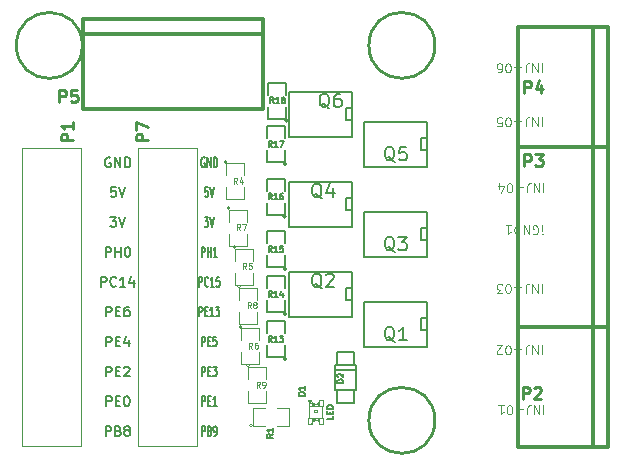
<source format=gto>
G04 (created by PCBNEW (2013-07-07 BZR 4022)-stable) date 02/12/2013 08:18:55*
%MOIN*%
G04 Gerber Fmt 3.4, Leading zero omitted, Abs format*
%FSLAX34Y34*%
G01*
G70*
G90*
G04 APERTURE LIST*
%ADD10C,0.00590551*%
%ADD11C,0.005*%
%ADD12C,0.01*%
%ADD13C,0.0045*%
%ADD14C,0.0039*%
%ADD15C,0.012*%
%ADD16C,0.0026*%
%ADD17C,0.004*%
%ADD18C,0.002*%
%ADD19C,0.006*%
%ADD20C,0.0043*%
G04 APERTURE END LIST*
G54D10*
G54D11*
X37047Y-51874D02*
X37028Y-51859D01*
X37000Y-51859D01*
X36971Y-51874D01*
X36952Y-51905D01*
X36942Y-51935D01*
X36933Y-51996D01*
X36933Y-52042D01*
X36942Y-52103D01*
X36952Y-52133D01*
X36971Y-52164D01*
X37000Y-52179D01*
X37019Y-52179D01*
X37047Y-52164D01*
X37057Y-52149D01*
X37057Y-52042D01*
X37019Y-52042D01*
X37142Y-52179D02*
X37142Y-51859D01*
X37257Y-52179D01*
X37257Y-51859D01*
X37352Y-52179D02*
X37352Y-51859D01*
X37400Y-51859D01*
X37428Y-51874D01*
X37447Y-51905D01*
X37457Y-51935D01*
X37466Y-51996D01*
X37466Y-52042D01*
X37457Y-52103D01*
X37447Y-52133D01*
X37428Y-52164D01*
X37400Y-52179D01*
X37352Y-52179D01*
X37161Y-52855D02*
X37066Y-52855D01*
X37057Y-53007D01*
X37066Y-52992D01*
X37085Y-52977D01*
X37133Y-52977D01*
X37152Y-52992D01*
X37161Y-53007D01*
X37171Y-53038D01*
X37171Y-53114D01*
X37161Y-53145D01*
X37152Y-53160D01*
X37133Y-53175D01*
X37085Y-53175D01*
X37066Y-53160D01*
X37057Y-53145D01*
X37228Y-52855D02*
X37295Y-53175D01*
X37361Y-52855D01*
X37047Y-53851D02*
X37171Y-53851D01*
X37104Y-53973D01*
X37133Y-53973D01*
X37152Y-53988D01*
X37161Y-54003D01*
X37171Y-54034D01*
X37171Y-54110D01*
X37161Y-54141D01*
X37152Y-54156D01*
X37133Y-54171D01*
X37076Y-54171D01*
X37057Y-54156D01*
X37047Y-54141D01*
X37228Y-53851D02*
X37295Y-54171D01*
X37361Y-53851D01*
X36947Y-55167D02*
X36947Y-54847D01*
X37023Y-54847D01*
X37042Y-54862D01*
X37052Y-54878D01*
X37061Y-54908D01*
X37061Y-54954D01*
X37052Y-54984D01*
X37042Y-54999D01*
X37023Y-55015D01*
X36947Y-55015D01*
X37147Y-55167D02*
X37147Y-54847D01*
X37147Y-54999D02*
X37261Y-54999D01*
X37261Y-55167D02*
X37261Y-54847D01*
X37461Y-55167D02*
X37347Y-55167D01*
X37404Y-55167D02*
X37404Y-54847D01*
X37385Y-54893D01*
X37366Y-54923D01*
X37347Y-54938D01*
X36857Y-56163D02*
X36857Y-55843D01*
X36933Y-55843D01*
X36952Y-55858D01*
X36961Y-55874D01*
X36971Y-55904D01*
X36971Y-55950D01*
X36961Y-55980D01*
X36952Y-55995D01*
X36933Y-56011D01*
X36857Y-56011D01*
X37171Y-56133D02*
X37161Y-56148D01*
X37133Y-56163D01*
X37114Y-56163D01*
X37085Y-56148D01*
X37066Y-56117D01*
X37057Y-56087D01*
X37047Y-56026D01*
X37047Y-55980D01*
X37057Y-55919D01*
X37066Y-55889D01*
X37085Y-55858D01*
X37114Y-55843D01*
X37133Y-55843D01*
X37161Y-55858D01*
X37171Y-55874D01*
X37361Y-56163D02*
X37247Y-56163D01*
X37304Y-56163D02*
X37304Y-55843D01*
X37285Y-55889D01*
X37266Y-55919D01*
X37247Y-55934D01*
X37542Y-55843D02*
X37447Y-55843D01*
X37438Y-55995D01*
X37447Y-55980D01*
X37466Y-55965D01*
X37514Y-55965D01*
X37533Y-55980D01*
X37542Y-55995D01*
X37552Y-56026D01*
X37552Y-56102D01*
X37542Y-56133D01*
X37533Y-56148D01*
X37514Y-56163D01*
X37466Y-56163D01*
X37447Y-56148D01*
X37438Y-56133D01*
X36866Y-57159D02*
X36866Y-56839D01*
X36942Y-56839D01*
X36961Y-56854D01*
X36971Y-56870D01*
X36980Y-56900D01*
X36980Y-56946D01*
X36971Y-56976D01*
X36961Y-56991D01*
X36942Y-57007D01*
X36866Y-57007D01*
X37066Y-56991D02*
X37133Y-56991D01*
X37161Y-57159D02*
X37066Y-57159D01*
X37066Y-56839D01*
X37161Y-56839D01*
X37352Y-57159D02*
X37238Y-57159D01*
X37295Y-57159D02*
X37295Y-56839D01*
X37276Y-56885D01*
X37257Y-56915D01*
X37238Y-56930D01*
X37419Y-56839D02*
X37542Y-56839D01*
X37476Y-56961D01*
X37504Y-56961D01*
X37523Y-56976D01*
X37533Y-56991D01*
X37542Y-57022D01*
X37542Y-57098D01*
X37533Y-57129D01*
X37523Y-57144D01*
X37504Y-57159D01*
X37447Y-57159D01*
X37428Y-57144D01*
X37419Y-57129D01*
X36961Y-58155D02*
X36961Y-57835D01*
X37038Y-57835D01*
X37057Y-57850D01*
X37066Y-57866D01*
X37076Y-57896D01*
X37076Y-57942D01*
X37066Y-57972D01*
X37057Y-57987D01*
X37038Y-58003D01*
X36961Y-58003D01*
X37161Y-57987D02*
X37228Y-57987D01*
X37257Y-58155D02*
X37161Y-58155D01*
X37161Y-57835D01*
X37257Y-57835D01*
X37438Y-57835D02*
X37342Y-57835D01*
X37333Y-57987D01*
X37342Y-57972D01*
X37361Y-57957D01*
X37409Y-57957D01*
X37428Y-57972D01*
X37438Y-57987D01*
X37447Y-58018D01*
X37447Y-58094D01*
X37438Y-58125D01*
X37428Y-58140D01*
X37409Y-58155D01*
X37361Y-58155D01*
X37342Y-58140D01*
X37333Y-58125D01*
X36961Y-59151D02*
X36961Y-58831D01*
X37038Y-58831D01*
X37057Y-58846D01*
X37066Y-58862D01*
X37076Y-58892D01*
X37076Y-58938D01*
X37066Y-58968D01*
X37057Y-58983D01*
X37038Y-58999D01*
X36961Y-58999D01*
X37161Y-58983D02*
X37228Y-58983D01*
X37257Y-59151D02*
X37161Y-59151D01*
X37161Y-58831D01*
X37257Y-58831D01*
X37323Y-58831D02*
X37447Y-58831D01*
X37380Y-58953D01*
X37409Y-58953D01*
X37428Y-58968D01*
X37438Y-58983D01*
X37447Y-59014D01*
X37447Y-59090D01*
X37438Y-59121D01*
X37428Y-59136D01*
X37409Y-59151D01*
X37352Y-59151D01*
X37333Y-59136D01*
X37323Y-59121D01*
X36961Y-60147D02*
X36961Y-59827D01*
X37038Y-59827D01*
X37057Y-59842D01*
X37066Y-59858D01*
X37076Y-59888D01*
X37076Y-59934D01*
X37066Y-59964D01*
X37057Y-59979D01*
X37038Y-59995D01*
X36961Y-59995D01*
X37161Y-59979D02*
X37228Y-59979D01*
X37257Y-60147D02*
X37161Y-60147D01*
X37161Y-59827D01*
X37257Y-59827D01*
X37447Y-60147D02*
X37333Y-60147D01*
X37390Y-60147D02*
X37390Y-59827D01*
X37371Y-59873D01*
X37352Y-59903D01*
X37333Y-59918D01*
X36952Y-61143D02*
X36952Y-60823D01*
X37028Y-60823D01*
X37047Y-60838D01*
X37057Y-60854D01*
X37066Y-60884D01*
X37066Y-60930D01*
X37057Y-60960D01*
X37047Y-60975D01*
X37028Y-60991D01*
X36952Y-60991D01*
X37219Y-60975D02*
X37247Y-60991D01*
X37257Y-61006D01*
X37266Y-61036D01*
X37266Y-61082D01*
X37257Y-61113D01*
X37247Y-61128D01*
X37228Y-61143D01*
X37152Y-61143D01*
X37152Y-60823D01*
X37219Y-60823D01*
X37238Y-60838D01*
X37247Y-60854D01*
X37257Y-60884D01*
X37257Y-60914D01*
X37247Y-60945D01*
X37238Y-60960D01*
X37219Y-60975D01*
X37152Y-60975D01*
X37361Y-61143D02*
X37400Y-61143D01*
X37419Y-61128D01*
X37428Y-61113D01*
X37447Y-61067D01*
X37457Y-61006D01*
X37457Y-60884D01*
X37447Y-60854D01*
X37438Y-60838D01*
X37419Y-60823D01*
X37380Y-60823D01*
X37361Y-60838D01*
X37352Y-60854D01*
X37342Y-60884D01*
X37342Y-60960D01*
X37352Y-60991D01*
X37361Y-61006D01*
X37380Y-61021D01*
X37419Y-61021D01*
X37438Y-61006D01*
X37447Y-60991D01*
X37457Y-60960D01*
X33906Y-51874D02*
X33875Y-51859D01*
X33830Y-51859D01*
X33784Y-51874D01*
X33753Y-51905D01*
X33738Y-51935D01*
X33723Y-51996D01*
X33723Y-52042D01*
X33738Y-52103D01*
X33753Y-52133D01*
X33784Y-52164D01*
X33830Y-52179D01*
X33860Y-52179D01*
X33906Y-52164D01*
X33921Y-52149D01*
X33921Y-52042D01*
X33860Y-52042D01*
X34058Y-52179D02*
X34058Y-51859D01*
X34241Y-52179D01*
X34241Y-51859D01*
X34393Y-52179D02*
X34393Y-51859D01*
X34470Y-51859D01*
X34515Y-51874D01*
X34546Y-51905D01*
X34561Y-51935D01*
X34576Y-51996D01*
X34576Y-52042D01*
X34561Y-52103D01*
X34546Y-52133D01*
X34515Y-52164D01*
X34470Y-52179D01*
X34393Y-52179D01*
X34089Y-52855D02*
X33936Y-52855D01*
X33921Y-53007D01*
X33936Y-52992D01*
X33967Y-52977D01*
X34043Y-52977D01*
X34073Y-52992D01*
X34089Y-53007D01*
X34104Y-53038D01*
X34104Y-53114D01*
X34089Y-53145D01*
X34073Y-53160D01*
X34043Y-53175D01*
X33967Y-53175D01*
X33936Y-53160D01*
X33921Y-53145D01*
X34195Y-52855D02*
X34302Y-53175D01*
X34409Y-52855D01*
X33906Y-53851D02*
X34104Y-53851D01*
X33997Y-53973D01*
X34043Y-53973D01*
X34073Y-53988D01*
X34089Y-54003D01*
X34104Y-54034D01*
X34104Y-54110D01*
X34089Y-54141D01*
X34073Y-54156D01*
X34043Y-54171D01*
X33951Y-54171D01*
X33921Y-54156D01*
X33906Y-54141D01*
X34195Y-53851D02*
X34302Y-54171D01*
X34409Y-53851D01*
X33746Y-55167D02*
X33746Y-54847D01*
X33868Y-54847D01*
X33898Y-54862D01*
X33913Y-54878D01*
X33929Y-54908D01*
X33929Y-54954D01*
X33913Y-54984D01*
X33898Y-54999D01*
X33868Y-55015D01*
X33746Y-55015D01*
X34066Y-55167D02*
X34066Y-54847D01*
X34066Y-54999D02*
X34249Y-54999D01*
X34249Y-55167D02*
X34249Y-54847D01*
X34462Y-54847D02*
X34492Y-54847D01*
X34523Y-54862D01*
X34538Y-54878D01*
X34553Y-54908D01*
X34569Y-54969D01*
X34569Y-55045D01*
X34553Y-55106D01*
X34538Y-55137D01*
X34523Y-55152D01*
X34492Y-55167D01*
X34462Y-55167D01*
X34431Y-55152D01*
X34416Y-55137D01*
X34401Y-55106D01*
X34386Y-55045D01*
X34386Y-54969D01*
X34401Y-54908D01*
X34416Y-54878D01*
X34431Y-54862D01*
X34462Y-54847D01*
X33601Y-56163D02*
X33601Y-55843D01*
X33723Y-55843D01*
X33753Y-55858D01*
X33769Y-55874D01*
X33784Y-55904D01*
X33784Y-55950D01*
X33769Y-55980D01*
X33753Y-55995D01*
X33723Y-56011D01*
X33601Y-56011D01*
X34104Y-56133D02*
X34089Y-56148D01*
X34043Y-56163D01*
X34012Y-56163D01*
X33967Y-56148D01*
X33936Y-56117D01*
X33921Y-56087D01*
X33906Y-56026D01*
X33906Y-55980D01*
X33921Y-55919D01*
X33936Y-55889D01*
X33967Y-55858D01*
X34012Y-55843D01*
X34043Y-55843D01*
X34089Y-55858D01*
X34104Y-55874D01*
X34409Y-56163D02*
X34226Y-56163D01*
X34317Y-56163D02*
X34317Y-55843D01*
X34287Y-55889D01*
X34256Y-55919D01*
X34226Y-55934D01*
X34683Y-55950D02*
X34683Y-56163D01*
X34607Y-55828D02*
X34530Y-56056D01*
X34729Y-56056D01*
X33769Y-57159D02*
X33769Y-56839D01*
X33890Y-56839D01*
X33921Y-56854D01*
X33936Y-56870D01*
X33951Y-56900D01*
X33951Y-56946D01*
X33936Y-56976D01*
X33921Y-56991D01*
X33890Y-57007D01*
X33769Y-57007D01*
X34089Y-56991D02*
X34195Y-56991D01*
X34241Y-57159D02*
X34089Y-57159D01*
X34089Y-56839D01*
X34241Y-56839D01*
X34515Y-56839D02*
X34454Y-56839D01*
X34424Y-56854D01*
X34409Y-56870D01*
X34378Y-56915D01*
X34363Y-56976D01*
X34363Y-57098D01*
X34378Y-57129D01*
X34393Y-57144D01*
X34424Y-57159D01*
X34485Y-57159D01*
X34515Y-57144D01*
X34530Y-57129D01*
X34546Y-57098D01*
X34546Y-57022D01*
X34530Y-56991D01*
X34515Y-56976D01*
X34485Y-56961D01*
X34424Y-56961D01*
X34393Y-56976D01*
X34378Y-56991D01*
X34363Y-57022D01*
X33769Y-58155D02*
X33769Y-57835D01*
X33890Y-57835D01*
X33921Y-57850D01*
X33936Y-57866D01*
X33951Y-57896D01*
X33951Y-57942D01*
X33936Y-57972D01*
X33921Y-57987D01*
X33890Y-58003D01*
X33769Y-58003D01*
X34089Y-57987D02*
X34195Y-57987D01*
X34241Y-58155D02*
X34089Y-58155D01*
X34089Y-57835D01*
X34241Y-57835D01*
X34515Y-57942D02*
X34515Y-58155D01*
X34439Y-57820D02*
X34363Y-58048D01*
X34561Y-58048D01*
X33769Y-59151D02*
X33769Y-58831D01*
X33890Y-58831D01*
X33921Y-58846D01*
X33936Y-58862D01*
X33951Y-58892D01*
X33951Y-58938D01*
X33936Y-58968D01*
X33921Y-58983D01*
X33890Y-58999D01*
X33769Y-58999D01*
X34089Y-58983D02*
X34195Y-58983D01*
X34241Y-59151D02*
X34089Y-59151D01*
X34089Y-58831D01*
X34241Y-58831D01*
X34363Y-58862D02*
X34378Y-58846D01*
X34409Y-58831D01*
X34485Y-58831D01*
X34515Y-58846D01*
X34530Y-58862D01*
X34546Y-58892D01*
X34546Y-58922D01*
X34530Y-58968D01*
X34348Y-59151D01*
X34546Y-59151D01*
X33769Y-60147D02*
X33769Y-59827D01*
X33890Y-59827D01*
X33921Y-59842D01*
X33936Y-59858D01*
X33951Y-59888D01*
X33951Y-59934D01*
X33936Y-59964D01*
X33921Y-59979D01*
X33890Y-59995D01*
X33769Y-59995D01*
X34089Y-59979D02*
X34195Y-59979D01*
X34241Y-60147D02*
X34089Y-60147D01*
X34089Y-59827D01*
X34241Y-59827D01*
X34439Y-59827D02*
X34470Y-59827D01*
X34500Y-59842D01*
X34515Y-59858D01*
X34530Y-59888D01*
X34546Y-59949D01*
X34546Y-60025D01*
X34530Y-60086D01*
X34515Y-60117D01*
X34500Y-60132D01*
X34470Y-60147D01*
X34439Y-60147D01*
X34409Y-60132D01*
X34393Y-60117D01*
X34378Y-60086D01*
X34363Y-60025D01*
X34363Y-59949D01*
X34378Y-59888D01*
X34393Y-59858D01*
X34409Y-59842D01*
X34439Y-59827D01*
X33753Y-61143D02*
X33753Y-60823D01*
X33875Y-60823D01*
X33906Y-60838D01*
X33921Y-60854D01*
X33936Y-60884D01*
X33936Y-60930D01*
X33921Y-60960D01*
X33906Y-60975D01*
X33875Y-60991D01*
X33753Y-60991D01*
X34180Y-60975D02*
X34226Y-60991D01*
X34241Y-61006D01*
X34256Y-61036D01*
X34256Y-61082D01*
X34241Y-61113D01*
X34226Y-61128D01*
X34195Y-61143D01*
X34073Y-61143D01*
X34073Y-60823D01*
X34180Y-60823D01*
X34210Y-60838D01*
X34226Y-60854D01*
X34241Y-60884D01*
X34241Y-60914D01*
X34226Y-60945D01*
X34210Y-60960D01*
X34180Y-60975D01*
X34073Y-60975D01*
X34439Y-60960D02*
X34409Y-60945D01*
X34393Y-60930D01*
X34378Y-60899D01*
X34378Y-60884D01*
X34393Y-60854D01*
X34409Y-60838D01*
X34439Y-60823D01*
X34500Y-60823D01*
X34530Y-60838D01*
X34546Y-60854D01*
X34561Y-60884D01*
X34561Y-60899D01*
X34546Y-60930D01*
X34530Y-60945D01*
X34500Y-60960D01*
X34439Y-60960D01*
X34409Y-60975D01*
X34393Y-60991D01*
X34378Y-61021D01*
X34378Y-61082D01*
X34393Y-61113D01*
X34409Y-61128D01*
X34439Y-61143D01*
X34500Y-61143D01*
X34530Y-61128D01*
X34546Y-61113D01*
X34561Y-61082D01*
X34561Y-61021D01*
X34546Y-60991D01*
X34530Y-60975D01*
X34500Y-60960D01*
G54D12*
X44725Y-60625D02*
G75*
G03X44725Y-60625I-1100J0D01*
G74*
G01*
X44725Y-48125D02*
G75*
G03X44725Y-48125I-1100J0D01*
G74*
G01*
X32975Y-48125D02*
G75*
G03X32975Y-48125I-1100J0D01*
G74*
G01*
G54D13*
X48342Y-60128D02*
X48342Y-60428D01*
X48199Y-60128D02*
X48199Y-60428D01*
X48028Y-60128D01*
X48028Y-60428D01*
X47799Y-60428D02*
X47799Y-60214D01*
X47814Y-60171D01*
X47842Y-60142D01*
X47885Y-60128D01*
X47914Y-60128D01*
X47657Y-60242D02*
X47428Y-60242D01*
X47228Y-60428D02*
X47199Y-60428D01*
X47171Y-60414D01*
X47157Y-60400D01*
X47142Y-60371D01*
X47128Y-60314D01*
X47128Y-60242D01*
X47142Y-60185D01*
X47157Y-60157D01*
X47171Y-60142D01*
X47199Y-60128D01*
X47228Y-60128D01*
X47257Y-60142D01*
X47271Y-60157D01*
X47285Y-60185D01*
X47299Y-60242D01*
X47299Y-60314D01*
X47285Y-60371D01*
X47271Y-60400D01*
X47257Y-60414D01*
X47228Y-60428D01*
X46842Y-60128D02*
X47014Y-60128D01*
X46928Y-60128D02*
X46928Y-60428D01*
X46957Y-60385D01*
X46985Y-60357D01*
X47014Y-60342D01*
X48292Y-58128D02*
X48292Y-58428D01*
X48149Y-58128D02*
X48149Y-58428D01*
X47978Y-58128D01*
X47978Y-58428D01*
X47749Y-58428D02*
X47749Y-58214D01*
X47764Y-58171D01*
X47792Y-58142D01*
X47835Y-58128D01*
X47864Y-58128D01*
X47607Y-58242D02*
X47378Y-58242D01*
X47178Y-58428D02*
X47149Y-58428D01*
X47121Y-58414D01*
X47107Y-58400D01*
X47092Y-58371D01*
X47078Y-58314D01*
X47078Y-58242D01*
X47092Y-58185D01*
X47107Y-58157D01*
X47121Y-58142D01*
X47149Y-58128D01*
X47178Y-58128D01*
X47207Y-58142D01*
X47221Y-58157D01*
X47235Y-58185D01*
X47249Y-58242D01*
X47249Y-58314D01*
X47235Y-58371D01*
X47221Y-58400D01*
X47207Y-58414D01*
X47178Y-58428D01*
X46964Y-58400D02*
X46949Y-58414D01*
X46921Y-58428D01*
X46849Y-58428D01*
X46821Y-58414D01*
X46807Y-58400D01*
X46792Y-58371D01*
X46792Y-58342D01*
X46807Y-58300D01*
X46978Y-58128D01*
X46792Y-58128D01*
X48292Y-56078D02*
X48292Y-56378D01*
X48149Y-56078D02*
X48149Y-56378D01*
X47978Y-56078D01*
X47978Y-56378D01*
X47749Y-56378D02*
X47749Y-56164D01*
X47764Y-56121D01*
X47792Y-56092D01*
X47835Y-56078D01*
X47864Y-56078D01*
X47607Y-56192D02*
X47378Y-56192D01*
X47178Y-56378D02*
X47149Y-56378D01*
X47121Y-56364D01*
X47107Y-56350D01*
X47092Y-56321D01*
X47078Y-56264D01*
X47078Y-56192D01*
X47092Y-56135D01*
X47107Y-56107D01*
X47121Y-56092D01*
X47149Y-56078D01*
X47178Y-56078D01*
X47207Y-56092D01*
X47221Y-56107D01*
X47235Y-56135D01*
X47249Y-56192D01*
X47249Y-56264D01*
X47235Y-56321D01*
X47221Y-56350D01*
X47207Y-56364D01*
X47178Y-56378D01*
X46978Y-56378D02*
X46792Y-56378D01*
X46892Y-56264D01*
X46849Y-56264D01*
X46821Y-56250D01*
X46807Y-56235D01*
X46792Y-56207D01*
X46792Y-56135D01*
X46807Y-56107D01*
X46821Y-56092D01*
X46849Y-56078D01*
X46935Y-56078D01*
X46964Y-56092D01*
X46978Y-56107D01*
X48292Y-48728D02*
X48292Y-49028D01*
X48149Y-48728D02*
X48149Y-49028D01*
X47978Y-48728D01*
X47978Y-49028D01*
X47749Y-49028D02*
X47749Y-48814D01*
X47764Y-48771D01*
X47792Y-48742D01*
X47835Y-48728D01*
X47864Y-48728D01*
X47607Y-48842D02*
X47378Y-48842D01*
X47178Y-49028D02*
X47149Y-49028D01*
X47121Y-49014D01*
X47107Y-49000D01*
X47092Y-48971D01*
X47078Y-48914D01*
X47078Y-48842D01*
X47092Y-48785D01*
X47107Y-48757D01*
X47121Y-48742D01*
X47149Y-48728D01*
X47178Y-48728D01*
X47207Y-48742D01*
X47221Y-48757D01*
X47235Y-48785D01*
X47249Y-48842D01*
X47249Y-48914D01*
X47235Y-48971D01*
X47221Y-49000D01*
X47207Y-49014D01*
X47178Y-49028D01*
X46821Y-49028D02*
X46878Y-49028D01*
X46907Y-49014D01*
X46921Y-49000D01*
X46949Y-48957D01*
X46964Y-48900D01*
X46964Y-48785D01*
X46949Y-48757D01*
X46935Y-48742D01*
X46907Y-48728D01*
X46849Y-48728D01*
X46821Y-48742D01*
X46807Y-48757D01*
X46792Y-48785D01*
X46792Y-48857D01*
X46807Y-48885D01*
X46821Y-48900D01*
X46849Y-48914D01*
X46907Y-48914D01*
X46935Y-48900D01*
X46949Y-48885D01*
X46964Y-48857D01*
X48292Y-50528D02*
X48292Y-50828D01*
X48149Y-50528D02*
X48149Y-50828D01*
X47978Y-50528D01*
X47978Y-50828D01*
X47749Y-50828D02*
X47749Y-50614D01*
X47764Y-50571D01*
X47792Y-50542D01*
X47835Y-50528D01*
X47864Y-50528D01*
X47607Y-50642D02*
X47378Y-50642D01*
X47178Y-50828D02*
X47149Y-50828D01*
X47121Y-50814D01*
X47107Y-50800D01*
X47092Y-50771D01*
X47078Y-50714D01*
X47078Y-50642D01*
X47092Y-50585D01*
X47107Y-50557D01*
X47121Y-50542D01*
X47149Y-50528D01*
X47178Y-50528D01*
X47207Y-50542D01*
X47221Y-50557D01*
X47235Y-50585D01*
X47249Y-50642D01*
X47249Y-50714D01*
X47235Y-50771D01*
X47221Y-50800D01*
X47207Y-50814D01*
X47178Y-50828D01*
X46807Y-50828D02*
X46949Y-50828D01*
X46964Y-50685D01*
X46949Y-50700D01*
X46921Y-50714D01*
X46849Y-50714D01*
X46821Y-50700D01*
X46807Y-50685D01*
X46792Y-50657D01*
X46792Y-50585D01*
X46807Y-50557D01*
X46821Y-50542D01*
X46849Y-50528D01*
X46921Y-50528D01*
X46949Y-50542D01*
X46964Y-50557D01*
X48342Y-52728D02*
X48342Y-53028D01*
X48199Y-52728D02*
X48199Y-53028D01*
X48028Y-52728D01*
X48028Y-53028D01*
X47799Y-53028D02*
X47799Y-52814D01*
X47814Y-52771D01*
X47842Y-52742D01*
X47885Y-52728D01*
X47914Y-52728D01*
X47657Y-52842D02*
X47428Y-52842D01*
X47228Y-53028D02*
X47199Y-53028D01*
X47171Y-53014D01*
X47157Y-53000D01*
X47142Y-52971D01*
X47128Y-52914D01*
X47128Y-52842D01*
X47142Y-52785D01*
X47157Y-52757D01*
X47171Y-52742D01*
X47199Y-52728D01*
X47228Y-52728D01*
X47257Y-52742D01*
X47271Y-52757D01*
X47285Y-52785D01*
X47299Y-52842D01*
X47299Y-52914D01*
X47285Y-52971D01*
X47271Y-53000D01*
X47257Y-53014D01*
X47228Y-53028D01*
X46871Y-52928D02*
X46871Y-52728D01*
X46942Y-53042D02*
X47014Y-52828D01*
X46828Y-52828D01*
X48299Y-54128D02*
X48299Y-54328D01*
X48299Y-54428D02*
X48314Y-54414D01*
X48299Y-54400D01*
X48285Y-54414D01*
X48299Y-54428D01*
X48299Y-54400D01*
X48000Y-54414D02*
X48028Y-54428D01*
X48071Y-54428D01*
X48114Y-54414D01*
X48142Y-54385D01*
X48157Y-54357D01*
X48171Y-54300D01*
X48171Y-54257D01*
X48157Y-54200D01*
X48142Y-54171D01*
X48114Y-54142D01*
X48071Y-54128D01*
X48042Y-54128D01*
X48000Y-54142D01*
X47985Y-54157D01*
X47985Y-54257D01*
X48042Y-54257D01*
X47857Y-54128D02*
X47857Y-54428D01*
X47685Y-54128D01*
X47685Y-54428D01*
X47542Y-54128D02*
X47542Y-54428D01*
X47471Y-54428D01*
X47428Y-54414D01*
X47399Y-54385D01*
X47385Y-54357D01*
X47371Y-54300D01*
X47371Y-54257D01*
X47385Y-54200D01*
X47399Y-54171D01*
X47428Y-54142D01*
X47471Y-54128D01*
X47542Y-54128D01*
X47085Y-54128D02*
X47257Y-54128D01*
X47171Y-54128D02*
X47171Y-54428D01*
X47199Y-54385D01*
X47228Y-54357D01*
X47257Y-54342D01*
G54D11*
X41975Y-52725D02*
X41975Y-52675D01*
X41975Y-52675D02*
X39875Y-52675D01*
X39875Y-54175D02*
X41975Y-54175D01*
X41975Y-54175D02*
X41975Y-52725D01*
X41975Y-53625D02*
X41775Y-53625D01*
X41775Y-53625D02*
X41775Y-53225D01*
X41775Y-53225D02*
X41975Y-53225D01*
X39875Y-54175D02*
X39875Y-52675D01*
X44475Y-56725D02*
X44475Y-56675D01*
X44475Y-56675D02*
X42375Y-56675D01*
X42375Y-58175D02*
X44475Y-58175D01*
X44475Y-58175D02*
X44475Y-56725D01*
X44475Y-57625D02*
X44275Y-57625D01*
X44275Y-57625D02*
X44275Y-57225D01*
X44275Y-57225D02*
X44475Y-57225D01*
X42375Y-58175D02*
X42375Y-56675D01*
X41975Y-55725D02*
X41975Y-55675D01*
X41975Y-55675D02*
X39875Y-55675D01*
X39875Y-57175D02*
X41975Y-57175D01*
X41975Y-57175D02*
X41975Y-55725D01*
X41975Y-56625D02*
X41775Y-56625D01*
X41775Y-56625D02*
X41775Y-56225D01*
X41775Y-56225D02*
X41975Y-56225D01*
X39875Y-57175D02*
X39875Y-55675D01*
X44475Y-53725D02*
X44475Y-53675D01*
X44475Y-53675D02*
X42375Y-53675D01*
X42375Y-55175D02*
X44475Y-55175D01*
X44475Y-55175D02*
X44475Y-53725D01*
X44475Y-54625D02*
X44275Y-54625D01*
X44275Y-54625D02*
X44275Y-54225D01*
X44275Y-54225D02*
X44475Y-54225D01*
X42375Y-55175D02*
X42375Y-53675D01*
X41975Y-49725D02*
X41975Y-49675D01*
X41975Y-49675D02*
X39875Y-49675D01*
X39875Y-51175D02*
X41975Y-51175D01*
X41975Y-51175D02*
X41975Y-49725D01*
X41975Y-50625D02*
X41775Y-50625D01*
X41775Y-50625D02*
X41775Y-50225D01*
X41775Y-50225D02*
X41975Y-50225D01*
X39875Y-51175D02*
X39875Y-49675D01*
X44475Y-50725D02*
X44475Y-50675D01*
X44475Y-50675D02*
X42375Y-50675D01*
X42375Y-52175D02*
X44475Y-52175D01*
X44475Y-52175D02*
X44475Y-50725D01*
X44475Y-51625D02*
X44275Y-51625D01*
X44275Y-51625D02*
X44275Y-51225D01*
X44275Y-51225D02*
X44475Y-51225D01*
X42375Y-52175D02*
X42375Y-50675D01*
X39775Y-58575D02*
G75*
G03X39775Y-58575I-50J0D01*
G74*
G01*
X39725Y-58125D02*
X39725Y-58525D01*
X39725Y-58525D02*
X39125Y-58525D01*
X39125Y-58525D02*
X39125Y-58125D01*
X39125Y-57725D02*
X39125Y-57325D01*
X39125Y-57325D02*
X39725Y-57325D01*
X39725Y-57325D02*
X39725Y-57725D01*
X39775Y-57075D02*
G75*
G03X39775Y-57075I-50J0D01*
G74*
G01*
X39725Y-56625D02*
X39725Y-57025D01*
X39725Y-57025D02*
X39125Y-57025D01*
X39125Y-57025D02*
X39125Y-56625D01*
X39125Y-56225D02*
X39125Y-55825D01*
X39125Y-55825D02*
X39725Y-55825D01*
X39725Y-55825D02*
X39725Y-56225D01*
X39775Y-53825D02*
G75*
G03X39775Y-53825I-50J0D01*
G74*
G01*
X39725Y-53375D02*
X39725Y-53775D01*
X39725Y-53775D02*
X39125Y-53775D01*
X39125Y-53775D02*
X39125Y-53375D01*
X39125Y-52975D02*
X39125Y-52575D01*
X39125Y-52575D02*
X39725Y-52575D01*
X39725Y-52575D02*
X39725Y-52975D01*
X39775Y-55575D02*
G75*
G03X39775Y-55575I-50J0D01*
G74*
G01*
X39725Y-55125D02*
X39725Y-55525D01*
X39725Y-55525D02*
X39125Y-55525D01*
X39125Y-55525D02*
X39125Y-55125D01*
X39125Y-54725D02*
X39125Y-54325D01*
X39125Y-54325D02*
X39725Y-54325D01*
X39725Y-54325D02*
X39725Y-54725D01*
X39825Y-50625D02*
G75*
G03X39825Y-50625I-50J0D01*
G74*
G01*
X39775Y-50175D02*
X39775Y-50575D01*
X39775Y-50575D02*
X39175Y-50575D01*
X39175Y-50575D02*
X39175Y-50175D01*
X39175Y-49775D02*
X39175Y-49375D01*
X39175Y-49375D02*
X39775Y-49375D01*
X39775Y-49375D02*
X39775Y-49775D01*
X39775Y-52075D02*
G75*
G03X39775Y-52075I-50J0D01*
G74*
G01*
X39725Y-51625D02*
X39725Y-52025D01*
X39725Y-52025D02*
X39125Y-52025D01*
X39125Y-52025D02*
X39125Y-51625D01*
X39125Y-51225D02*
X39125Y-50825D01*
X39125Y-50825D02*
X39725Y-50825D01*
X39725Y-50825D02*
X39725Y-51225D01*
G54D14*
X30966Y-61471D02*
X32934Y-61471D01*
X32934Y-61471D02*
X32934Y-51530D01*
X32934Y-51530D02*
X30966Y-51530D01*
X30966Y-51530D02*
X30966Y-61471D01*
G54D15*
X50500Y-57500D02*
X47500Y-57500D01*
X50500Y-51500D02*
X47500Y-51500D01*
X50000Y-57500D02*
X50000Y-51500D01*
X47500Y-57500D02*
X47500Y-51500D01*
X50500Y-57500D02*
X50500Y-51500D01*
X50000Y-57500D02*
X50000Y-61500D01*
X50500Y-57500D02*
X47500Y-57500D01*
X47500Y-57500D02*
X47500Y-61500D01*
X47500Y-61500D02*
X50500Y-61500D01*
X50500Y-61500D02*
X50500Y-57500D01*
X50000Y-47500D02*
X50000Y-51500D01*
X50500Y-47500D02*
X47500Y-47500D01*
X47500Y-47500D02*
X47500Y-51500D01*
X47500Y-51500D02*
X50500Y-51500D01*
X50500Y-51500D02*
X50500Y-47500D01*
G54D14*
X34816Y-61471D02*
X36784Y-61471D01*
X36784Y-61471D02*
X36784Y-51530D01*
X36784Y-51530D02*
X34816Y-51530D01*
X34816Y-51530D02*
X34816Y-61471D01*
G54D15*
X39000Y-47250D02*
X39000Y-50250D01*
X33000Y-47250D02*
X33000Y-50250D01*
X39000Y-47750D02*
X33000Y-47750D01*
X39000Y-50250D02*
X33000Y-50250D01*
X39000Y-47250D02*
X33000Y-47250D01*
G54D11*
X41460Y-58330D02*
X42020Y-58330D01*
X41390Y-59600D02*
X41390Y-58790D01*
X42110Y-58790D02*
X42110Y-59600D01*
X41460Y-60060D02*
X42020Y-60060D01*
X42020Y-59630D02*
X42020Y-60050D01*
X41460Y-60050D02*
X41460Y-59620D01*
X41460Y-58770D02*
X41460Y-58330D01*
X42020Y-58340D02*
X42020Y-58770D01*
X41390Y-59610D02*
X42110Y-59610D01*
X41390Y-58950D02*
X42110Y-58950D01*
X42110Y-58790D02*
X41390Y-58790D01*
G54D14*
X38650Y-60800D02*
G75*
G03X38650Y-60800I-50J0D01*
G74*
G01*
X39050Y-60800D02*
X38650Y-60800D01*
X38650Y-60800D02*
X38650Y-60200D01*
X38650Y-60200D02*
X39050Y-60200D01*
X39450Y-60200D02*
X39850Y-60200D01*
X39850Y-60200D02*
X39850Y-60800D01*
X39850Y-60800D02*
X39450Y-60800D01*
G54D16*
X40868Y-60154D02*
X40996Y-60154D01*
X40996Y-60154D02*
X40996Y-59957D01*
X40868Y-59957D02*
X40996Y-59957D01*
X40868Y-60154D02*
X40868Y-59957D01*
X40623Y-60154D02*
X40682Y-60154D01*
X40682Y-60154D02*
X40682Y-60055D01*
X40623Y-60055D02*
X40682Y-60055D01*
X40623Y-60154D02*
X40623Y-60055D01*
X40818Y-60154D02*
X40877Y-60154D01*
X40877Y-60154D02*
X40877Y-60055D01*
X40818Y-60055D02*
X40877Y-60055D01*
X40818Y-60154D02*
X40818Y-60055D01*
X40672Y-60154D02*
X40828Y-60154D01*
X40828Y-60154D02*
X40828Y-60085D01*
X40672Y-60085D02*
X40828Y-60085D01*
X40672Y-60154D02*
X40672Y-60085D01*
X40868Y-60743D02*
X40996Y-60743D01*
X40996Y-60743D02*
X40996Y-60546D01*
X40868Y-60546D02*
X40996Y-60546D01*
X40868Y-60743D02*
X40868Y-60546D01*
X40504Y-60743D02*
X40632Y-60743D01*
X40632Y-60743D02*
X40632Y-60546D01*
X40504Y-60546D02*
X40632Y-60546D01*
X40504Y-60743D02*
X40504Y-60546D01*
X40818Y-60645D02*
X40877Y-60645D01*
X40877Y-60645D02*
X40877Y-60546D01*
X40818Y-60546D02*
X40877Y-60546D01*
X40818Y-60645D02*
X40818Y-60546D01*
X40623Y-60645D02*
X40682Y-60645D01*
X40682Y-60645D02*
X40682Y-60546D01*
X40623Y-60546D02*
X40682Y-60546D01*
X40623Y-60645D02*
X40623Y-60546D01*
X40672Y-60615D02*
X40828Y-60615D01*
X40828Y-60615D02*
X40828Y-60546D01*
X40672Y-60546D02*
X40828Y-60546D01*
X40672Y-60615D02*
X40672Y-60546D01*
X40711Y-60350D02*
X40789Y-60350D01*
X40789Y-60350D02*
X40789Y-60272D01*
X40711Y-60272D02*
X40789Y-60272D01*
X40711Y-60350D02*
X40711Y-60272D01*
X40514Y-60154D02*
X40632Y-60154D01*
X40632Y-60154D02*
X40632Y-60036D01*
X40514Y-60036D02*
X40632Y-60036D01*
X40514Y-60154D02*
X40514Y-60036D01*
X40504Y-59986D02*
X40593Y-59986D01*
X40593Y-59986D02*
X40593Y-59957D01*
X40504Y-59957D02*
X40593Y-59957D01*
X40504Y-59986D02*
X40504Y-59957D01*
G54D17*
X40976Y-60144D02*
X40976Y-60556D01*
X40524Y-60546D02*
X40524Y-59986D01*
G54D18*
X40601Y-60016D02*
G75*
G03X40601Y-60016I-28J0D01*
G74*
G01*
G54D17*
X40613Y-59957D02*
G75*
G03X40887Y-59957I137J0D01*
G74*
G01*
X40887Y-60743D02*
G75*
G03X40613Y-60743I-137J0D01*
G74*
G01*
G54D14*
X37800Y-52000D02*
G75*
G03X37800Y-52000I-50J0D01*
G74*
G01*
X37750Y-52450D02*
X37750Y-52050D01*
X37750Y-52050D02*
X38350Y-52050D01*
X38350Y-52050D02*
X38350Y-52450D01*
X38350Y-52850D02*
X38350Y-53250D01*
X38350Y-53250D02*
X37750Y-53250D01*
X37750Y-53250D02*
X37750Y-52850D01*
X37900Y-53550D02*
G75*
G03X37900Y-53550I-50J0D01*
G74*
G01*
X37850Y-54000D02*
X37850Y-53600D01*
X37850Y-53600D02*
X38450Y-53600D01*
X38450Y-53600D02*
X38450Y-54000D01*
X38450Y-54400D02*
X38450Y-54800D01*
X38450Y-54800D02*
X37850Y-54800D01*
X37850Y-54800D02*
X37850Y-54400D01*
X38100Y-54850D02*
G75*
G03X38100Y-54850I-50J0D01*
G74*
G01*
X38050Y-55300D02*
X38050Y-54900D01*
X38050Y-54900D02*
X38650Y-54900D01*
X38650Y-54900D02*
X38650Y-55300D01*
X38650Y-55700D02*
X38650Y-56100D01*
X38650Y-56100D02*
X38050Y-56100D01*
X38050Y-56100D02*
X38050Y-55700D01*
X38250Y-56150D02*
G75*
G03X38250Y-56150I-50J0D01*
G74*
G01*
X38200Y-56600D02*
X38200Y-56200D01*
X38200Y-56200D02*
X38800Y-56200D01*
X38800Y-56200D02*
X38800Y-56600D01*
X38800Y-57000D02*
X38800Y-57400D01*
X38800Y-57400D02*
X38200Y-57400D01*
X38200Y-57400D02*
X38200Y-57000D01*
X38300Y-57500D02*
G75*
G03X38300Y-57500I-50J0D01*
G74*
G01*
X38250Y-57950D02*
X38250Y-57550D01*
X38250Y-57550D02*
X38850Y-57550D01*
X38850Y-57550D02*
X38850Y-57950D01*
X38850Y-58350D02*
X38850Y-58750D01*
X38850Y-58750D02*
X38250Y-58750D01*
X38250Y-58750D02*
X38250Y-58350D01*
X38550Y-58800D02*
G75*
G03X38550Y-58800I-50J0D01*
G74*
G01*
X38500Y-59250D02*
X38500Y-58850D01*
X38500Y-58850D02*
X39100Y-58850D01*
X39100Y-58850D02*
X39100Y-59250D01*
X39100Y-59650D02*
X39100Y-60050D01*
X39100Y-60050D02*
X38500Y-60050D01*
X38500Y-60050D02*
X38500Y-59650D01*
G54D19*
X40957Y-53225D02*
X40914Y-53203D01*
X40871Y-53160D01*
X40807Y-53096D01*
X40764Y-53075D01*
X40721Y-53075D01*
X40742Y-53182D02*
X40700Y-53160D01*
X40657Y-53117D01*
X40635Y-53032D01*
X40635Y-52882D01*
X40657Y-52796D01*
X40700Y-52753D01*
X40742Y-52732D01*
X40828Y-52732D01*
X40871Y-52753D01*
X40914Y-52796D01*
X40935Y-52882D01*
X40935Y-53032D01*
X40914Y-53117D01*
X40871Y-53160D01*
X40828Y-53182D01*
X40742Y-53182D01*
X41321Y-52882D02*
X41321Y-53182D01*
X41214Y-52710D02*
X41107Y-53032D01*
X41385Y-53032D01*
X43382Y-58000D02*
X43339Y-57978D01*
X43296Y-57935D01*
X43232Y-57871D01*
X43189Y-57850D01*
X43146Y-57850D01*
X43167Y-57957D02*
X43125Y-57935D01*
X43082Y-57892D01*
X43060Y-57807D01*
X43060Y-57657D01*
X43082Y-57571D01*
X43125Y-57528D01*
X43167Y-57507D01*
X43253Y-57507D01*
X43296Y-57528D01*
X43339Y-57571D01*
X43360Y-57657D01*
X43360Y-57807D01*
X43339Y-57892D01*
X43296Y-57935D01*
X43253Y-57957D01*
X43167Y-57957D01*
X43789Y-57957D02*
X43532Y-57957D01*
X43660Y-57957D02*
X43660Y-57507D01*
X43617Y-57571D01*
X43575Y-57614D01*
X43532Y-57635D01*
X40957Y-56225D02*
X40914Y-56203D01*
X40871Y-56160D01*
X40807Y-56096D01*
X40764Y-56075D01*
X40721Y-56075D01*
X40742Y-56182D02*
X40700Y-56160D01*
X40657Y-56117D01*
X40635Y-56032D01*
X40635Y-55882D01*
X40657Y-55796D01*
X40700Y-55753D01*
X40742Y-55732D01*
X40828Y-55732D01*
X40871Y-55753D01*
X40914Y-55796D01*
X40935Y-55882D01*
X40935Y-56032D01*
X40914Y-56117D01*
X40871Y-56160D01*
X40828Y-56182D01*
X40742Y-56182D01*
X41107Y-55775D02*
X41128Y-55753D01*
X41171Y-55732D01*
X41278Y-55732D01*
X41321Y-55753D01*
X41342Y-55775D01*
X41364Y-55817D01*
X41364Y-55860D01*
X41342Y-55925D01*
X41085Y-56182D01*
X41364Y-56182D01*
X43382Y-55000D02*
X43339Y-54978D01*
X43296Y-54935D01*
X43232Y-54871D01*
X43189Y-54850D01*
X43146Y-54850D01*
X43167Y-54957D02*
X43125Y-54935D01*
X43082Y-54892D01*
X43060Y-54807D01*
X43060Y-54657D01*
X43082Y-54571D01*
X43125Y-54528D01*
X43167Y-54507D01*
X43253Y-54507D01*
X43296Y-54528D01*
X43339Y-54571D01*
X43360Y-54657D01*
X43360Y-54807D01*
X43339Y-54892D01*
X43296Y-54935D01*
X43253Y-54957D01*
X43167Y-54957D01*
X43510Y-54507D02*
X43789Y-54507D01*
X43639Y-54678D01*
X43703Y-54678D01*
X43746Y-54700D01*
X43767Y-54721D01*
X43789Y-54764D01*
X43789Y-54871D01*
X43767Y-54914D01*
X43746Y-54935D01*
X43703Y-54957D01*
X43575Y-54957D01*
X43532Y-54935D01*
X43510Y-54914D01*
X41207Y-50225D02*
X41164Y-50203D01*
X41121Y-50160D01*
X41057Y-50096D01*
X41014Y-50075D01*
X40971Y-50075D01*
X40992Y-50182D02*
X40950Y-50160D01*
X40907Y-50117D01*
X40885Y-50032D01*
X40885Y-49882D01*
X40907Y-49796D01*
X40950Y-49753D01*
X40992Y-49732D01*
X41078Y-49732D01*
X41121Y-49753D01*
X41164Y-49796D01*
X41185Y-49882D01*
X41185Y-50032D01*
X41164Y-50117D01*
X41121Y-50160D01*
X41078Y-50182D01*
X40992Y-50182D01*
X41571Y-49732D02*
X41485Y-49732D01*
X41442Y-49753D01*
X41421Y-49775D01*
X41378Y-49839D01*
X41357Y-49925D01*
X41357Y-50096D01*
X41378Y-50139D01*
X41400Y-50160D01*
X41442Y-50182D01*
X41528Y-50182D01*
X41571Y-50160D01*
X41592Y-50139D01*
X41614Y-50096D01*
X41614Y-49989D01*
X41592Y-49946D01*
X41571Y-49925D01*
X41528Y-49903D01*
X41442Y-49903D01*
X41400Y-49925D01*
X41378Y-49946D01*
X41357Y-49989D01*
X43382Y-52000D02*
X43339Y-51978D01*
X43296Y-51935D01*
X43232Y-51871D01*
X43189Y-51850D01*
X43146Y-51850D01*
X43167Y-51957D02*
X43125Y-51935D01*
X43082Y-51892D01*
X43060Y-51807D01*
X43060Y-51657D01*
X43082Y-51571D01*
X43125Y-51528D01*
X43167Y-51507D01*
X43253Y-51507D01*
X43296Y-51528D01*
X43339Y-51571D01*
X43360Y-51657D01*
X43360Y-51807D01*
X43339Y-51892D01*
X43296Y-51935D01*
X43253Y-51957D01*
X43167Y-51957D01*
X43767Y-51507D02*
X43553Y-51507D01*
X43532Y-51721D01*
X43553Y-51700D01*
X43596Y-51678D01*
X43703Y-51678D01*
X43746Y-51700D01*
X43767Y-51721D01*
X43789Y-51764D01*
X43789Y-51871D01*
X43767Y-51914D01*
X43746Y-51935D01*
X43703Y-51957D01*
X43596Y-51957D01*
X43553Y-51935D01*
X43532Y-51914D01*
G54D11*
X39296Y-58005D02*
X39229Y-57910D01*
X39182Y-58005D02*
X39182Y-57805D01*
X39258Y-57805D01*
X39277Y-57815D01*
X39286Y-57825D01*
X39296Y-57844D01*
X39296Y-57872D01*
X39286Y-57891D01*
X39277Y-57901D01*
X39258Y-57910D01*
X39182Y-57910D01*
X39486Y-58005D02*
X39372Y-58005D01*
X39429Y-58005D02*
X39429Y-57805D01*
X39410Y-57834D01*
X39391Y-57853D01*
X39372Y-57863D01*
X39553Y-57805D02*
X39677Y-57805D01*
X39610Y-57882D01*
X39639Y-57882D01*
X39658Y-57891D01*
X39667Y-57901D01*
X39677Y-57920D01*
X39677Y-57967D01*
X39667Y-57986D01*
X39658Y-57996D01*
X39639Y-58005D01*
X39582Y-58005D01*
X39563Y-57996D01*
X39553Y-57986D01*
X39296Y-56505D02*
X39229Y-56410D01*
X39182Y-56505D02*
X39182Y-56305D01*
X39258Y-56305D01*
X39277Y-56315D01*
X39286Y-56325D01*
X39296Y-56344D01*
X39296Y-56372D01*
X39286Y-56391D01*
X39277Y-56401D01*
X39258Y-56410D01*
X39182Y-56410D01*
X39486Y-56505D02*
X39372Y-56505D01*
X39429Y-56505D02*
X39429Y-56305D01*
X39410Y-56334D01*
X39391Y-56353D01*
X39372Y-56363D01*
X39658Y-56372D02*
X39658Y-56505D01*
X39610Y-56296D02*
X39563Y-56439D01*
X39686Y-56439D01*
X39296Y-53255D02*
X39229Y-53160D01*
X39182Y-53255D02*
X39182Y-53055D01*
X39258Y-53055D01*
X39277Y-53065D01*
X39286Y-53075D01*
X39296Y-53094D01*
X39296Y-53122D01*
X39286Y-53141D01*
X39277Y-53151D01*
X39258Y-53160D01*
X39182Y-53160D01*
X39486Y-53255D02*
X39372Y-53255D01*
X39429Y-53255D02*
X39429Y-53055D01*
X39410Y-53084D01*
X39391Y-53103D01*
X39372Y-53113D01*
X39658Y-53055D02*
X39620Y-53055D01*
X39601Y-53065D01*
X39591Y-53075D01*
X39572Y-53103D01*
X39563Y-53141D01*
X39563Y-53217D01*
X39572Y-53236D01*
X39582Y-53246D01*
X39601Y-53255D01*
X39639Y-53255D01*
X39658Y-53246D01*
X39667Y-53236D01*
X39677Y-53217D01*
X39677Y-53170D01*
X39667Y-53151D01*
X39658Y-53141D01*
X39639Y-53132D01*
X39601Y-53132D01*
X39582Y-53141D01*
X39572Y-53151D01*
X39563Y-53170D01*
X39296Y-55005D02*
X39229Y-54910D01*
X39182Y-55005D02*
X39182Y-54805D01*
X39258Y-54805D01*
X39277Y-54815D01*
X39286Y-54825D01*
X39296Y-54844D01*
X39296Y-54872D01*
X39286Y-54891D01*
X39277Y-54901D01*
X39258Y-54910D01*
X39182Y-54910D01*
X39486Y-55005D02*
X39372Y-55005D01*
X39429Y-55005D02*
X39429Y-54805D01*
X39410Y-54834D01*
X39391Y-54853D01*
X39372Y-54863D01*
X39667Y-54805D02*
X39572Y-54805D01*
X39563Y-54901D01*
X39572Y-54891D01*
X39591Y-54882D01*
X39639Y-54882D01*
X39658Y-54891D01*
X39667Y-54901D01*
X39677Y-54920D01*
X39677Y-54967D01*
X39667Y-54986D01*
X39658Y-54996D01*
X39639Y-55005D01*
X39591Y-55005D01*
X39572Y-54996D01*
X39563Y-54986D01*
X39346Y-50055D02*
X39279Y-49960D01*
X39232Y-50055D02*
X39232Y-49855D01*
X39308Y-49855D01*
X39327Y-49865D01*
X39336Y-49875D01*
X39346Y-49894D01*
X39346Y-49922D01*
X39336Y-49941D01*
X39327Y-49951D01*
X39308Y-49960D01*
X39232Y-49960D01*
X39536Y-50055D02*
X39422Y-50055D01*
X39479Y-50055D02*
X39479Y-49855D01*
X39460Y-49884D01*
X39441Y-49903D01*
X39422Y-49913D01*
X39651Y-49941D02*
X39632Y-49932D01*
X39622Y-49922D01*
X39613Y-49903D01*
X39613Y-49894D01*
X39622Y-49875D01*
X39632Y-49865D01*
X39651Y-49855D01*
X39689Y-49855D01*
X39708Y-49865D01*
X39717Y-49875D01*
X39727Y-49894D01*
X39727Y-49903D01*
X39717Y-49922D01*
X39708Y-49932D01*
X39689Y-49941D01*
X39651Y-49941D01*
X39632Y-49951D01*
X39622Y-49960D01*
X39613Y-49979D01*
X39613Y-50017D01*
X39622Y-50036D01*
X39632Y-50046D01*
X39651Y-50055D01*
X39689Y-50055D01*
X39708Y-50046D01*
X39717Y-50036D01*
X39727Y-50017D01*
X39727Y-49979D01*
X39717Y-49960D01*
X39708Y-49951D01*
X39689Y-49941D01*
X39296Y-51505D02*
X39229Y-51410D01*
X39182Y-51505D02*
X39182Y-51305D01*
X39258Y-51305D01*
X39277Y-51315D01*
X39286Y-51325D01*
X39296Y-51344D01*
X39296Y-51372D01*
X39286Y-51391D01*
X39277Y-51401D01*
X39258Y-51410D01*
X39182Y-51410D01*
X39486Y-51505D02*
X39372Y-51505D01*
X39429Y-51505D02*
X39429Y-51305D01*
X39410Y-51334D01*
X39391Y-51353D01*
X39372Y-51363D01*
X39553Y-51305D02*
X39686Y-51305D01*
X39601Y-51505D01*
G54D12*
X32661Y-51295D02*
X32261Y-51295D01*
X32261Y-51142D01*
X32280Y-51104D01*
X32300Y-51085D01*
X32338Y-51066D01*
X32395Y-51066D01*
X32433Y-51085D01*
X32452Y-51104D01*
X32471Y-51142D01*
X32471Y-51295D01*
X32661Y-50685D02*
X32661Y-50914D01*
X32661Y-50799D02*
X32261Y-50799D01*
X32319Y-50838D01*
X32357Y-50876D01*
X32376Y-50914D01*
X47704Y-52161D02*
X47704Y-51761D01*
X47857Y-51761D01*
X47895Y-51780D01*
X47914Y-51800D01*
X47933Y-51838D01*
X47933Y-51895D01*
X47914Y-51933D01*
X47895Y-51952D01*
X47857Y-51971D01*
X47704Y-51971D01*
X48066Y-51761D02*
X48314Y-51761D01*
X48180Y-51914D01*
X48238Y-51914D01*
X48276Y-51933D01*
X48295Y-51952D01*
X48314Y-51990D01*
X48314Y-52085D01*
X48295Y-52123D01*
X48276Y-52142D01*
X48238Y-52161D01*
X48123Y-52161D01*
X48085Y-52142D01*
X48066Y-52123D01*
X47654Y-59911D02*
X47654Y-59511D01*
X47807Y-59511D01*
X47845Y-59530D01*
X47864Y-59550D01*
X47883Y-59588D01*
X47883Y-59645D01*
X47864Y-59683D01*
X47845Y-59702D01*
X47807Y-59721D01*
X47654Y-59721D01*
X48035Y-59550D02*
X48054Y-59530D01*
X48092Y-59511D01*
X48188Y-59511D01*
X48226Y-59530D01*
X48245Y-59550D01*
X48264Y-59588D01*
X48264Y-59626D01*
X48245Y-59683D01*
X48016Y-59911D01*
X48264Y-59911D01*
X47704Y-49711D02*
X47704Y-49311D01*
X47857Y-49311D01*
X47895Y-49330D01*
X47914Y-49350D01*
X47933Y-49388D01*
X47933Y-49445D01*
X47914Y-49483D01*
X47895Y-49502D01*
X47857Y-49521D01*
X47704Y-49521D01*
X48276Y-49445D02*
X48276Y-49711D01*
X48180Y-49292D02*
X48085Y-49578D01*
X48333Y-49578D01*
X35161Y-51295D02*
X34761Y-51295D01*
X34761Y-51142D01*
X34780Y-51104D01*
X34800Y-51085D01*
X34838Y-51066D01*
X34895Y-51066D01*
X34933Y-51085D01*
X34952Y-51104D01*
X34971Y-51142D01*
X34971Y-51295D01*
X34761Y-50933D02*
X34761Y-50666D01*
X35161Y-50838D01*
X32204Y-50011D02*
X32204Y-49611D01*
X32357Y-49611D01*
X32395Y-49630D01*
X32414Y-49650D01*
X32433Y-49688D01*
X32433Y-49745D01*
X32414Y-49783D01*
X32395Y-49802D01*
X32357Y-49821D01*
X32204Y-49821D01*
X32795Y-49611D02*
X32604Y-49611D01*
X32585Y-49802D01*
X32604Y-49783D01*
X32642Y-49764D01*
X32738Y-49764D01*
X32776Y-49783D01*
X32795Y-49802D01*
X32814Y-49840D01*
X32814Y-49935D01*
X32795Y-49973D01*
X32776Y-49992D01*
X32738Y-50011D01*
X32642Y-50011D01*
X32604Y-49992D01*
X32585Y-49973D01*
G54D11*
X41670Y-59367D02*
X41470Y-59367D01*
X41470Y-59320D01*
X41480Y-59291D01*
X41499Y-59272D01*
X41518Y-59262D01*
X41556Y-59253D01*
X41585Y-59253D01*
X41623Y-59262D01*
X41642Y-59272D01*
X41661Y-59291D01*
X41670Y-59320D01*
X41670Y-59367D01*
X41490Y-59177D02*
X41480Y-59167D01*
X41470Y-59148D01*
X41470Y-59100D01*
X41480Y-59081D01*
X41490Y-59072D01*
X41509Y-59062D01*
X41528Y-59062D01*
X41556Y-59072D01*
X41670Y-59186D01*
X41670Y-59062D01*
X39330Y-61083D02*
X39235Y-61150D01*
X39330Y-61197D02*
X39130Y-61197D01*
X39130Y-61121D01*
X39140Y-61102D01*
X39150Y-61092D01*
X39169Y-61083D01*
X39197Y-61083D01*
X39216Y-61092D01*
X39226Y-61102D01*
X39235Y-61121D01*
X39235Y-61197D01*
X39330Y-60892D02*
X39330Y-61007D01*
X39330Y-60950D02*
X39130Y-60950D01*
X39159Y-60969D01*
X39178Y-60988D01*
X39188Y-61007D01*
X40380Y-59797D02*
X40180Y-59797D01*
X40180Y-59750D01*
X40190Y-59721D01*
X40209Y-59702D01*
X40228Y-59692D01*
X40266Y-59683D01*
X40295Y-59683D01*
X40333Y-59692D01*
X40352Y-59702D01*
X40371Y-59721D01*
X40380Y-59750D01*
X40380Y-59797D01*
X40380Y-59492D02*
X40380Y-59607D01*
X40380Y-59550D02*
X40180Y-59550D01*
X40209Y-59569D01*
X40228Y-59588D01*
X40238Y-59607D01*
X41330Y-60478D02*
X41330Y-60573D01*
X41130Y-60573D01*
X41226Y-60411D02*
X41226Y-60345D01*
X41330Y-60316D02*
X41330Y-60411D01*
X41130Y-60411D01*
X41130Y-60316D01*
X41330Y-60230D02*
X41130Y-60230D01*
X41130Y-60183D01*
X41140Y-60154D01*
X41159Y-60135D01*
X41178Y-60126D01*
X41216Y-60116D01*
X41245Y-60116D01*
X41283Y-60126D01*
X41302Y-60135D01*
X41321Y-60154D01*
X41330Y-60183D01*
X41330Y-60230D01*
G54D20*
X38142Y-52729D02*
X38076Y-52635D01*
X38029Y-52729D02*
X38029Y-52532D01*
X38104Y-52532D01*
X38123Y-52542D01*
X38132Y-52551D01*
X38142Y-52570D01*
X38142Y-52598D01*
X38132Y-52617D01*
X38123Y-52626D01*
X38104Y-52635D01*
X38029Y-52635D01*
X38311Y-52598D02*
X38311Y-52729D01*
X38264Y-52523D02*
X38217Y-52664D01*
X38339Y-52664D01*
X38242Y-54279D02*
X38176Y-54185D01*
X38129Y-54279D02*
X38129Y-54082D01*
X38204Y-54082D01*
X38223Y-54092D01*
X38232Y-54101D01*
X38242Y-54120D01*
X38242Y-54148D01*
X38232Y-54167D01*
X38223Y-54176D01*
X38204Y-54185D01*
X38129Y-54185D01*
X38307Y-54082D02*
X38439Y-54082D01*
X38354Y-54279D01*
X38442Y-55579D02*
X38376Y-55485D01*
X38329Y-55579D02*
X38329Y-55382D01*
X38404Y-55382D01*
X38423Y-55392D01*
X38432Y-55401D01*
X38442Y-55420D01*
X38442Y-55448D01*
X38432Y-55467D01*
X38423Y-55476D01*
X38404Y-55485D01*
X38329Y-55485D01*
X38620Y-55382D02*
X38526Y-55382D01*
X38517Y-55476D01*
X38526Y-55467D01*
X38545Y-55457D01*
X38592Y-55457D01*
X38611Y-55467D01*
X38620Y-55476D01*
X38629Y-55495D01*
X38629Y-55542D01*
X38620Y-55560D01*
X38611Y-55570D01*
X38592Y-55579D01*
X38545Y-55579D01*
X38526Y-55570D01*
X38517Y-55560D01*
X38592Y-56879D02*
X38526Y-56785D01*
X38479Y-56879D02*
X38479Y-56682D01*
X38554Y-56682D01*
X38573Y-56692D01*
X38582Y-56701D01*
X38592Y-56720D01*
X38592Y-56748D01*
X38582Y-56767D01*
X38573Y-56776D01*
X38554Y-56785D01*
X38479Y-56785D01*
X38704Y-56767D02*
X38685Y-56757D01*
X38676Y-56748D01*
X38667Y-56729D01*
X38667Y-56720D01*
X38676Y-56701D01*
X38685Y-56692D01*
X38704Y-56682D01*
X38742Y-56682D01*
X38761Y-56692D01*
X38770Y-56701D01*
X38779Y-56720D01*
X38779Y-56729D01*
X38770Y-56748D01*
X38761Y-56757D01*
X38742Y-56767D01*
X38704Y-56767D01*
X38685Y-56776D01*
X38676Y-56785D01*
X38667Y-56804D01*
X38667Y-56842D01*
X38676Y-56860D01*
X38685Y-56870D01*
X38704Y-56879D01*
X38742Y-56879D01*
X38761Y-56870D01*
X38770Y-56860D01*
X38779Y-56842D01*
X38779Y-56804D01*
X38770Y-56785D01*
X38761Y-56776D01*
X38742Y-56767D01*
X38642Y-58229D02*
X38576Y-58135D01*
X38529Y-58229D02*
X38529Y-58032D01*
X38604Y-58032D01*
X38623Y-58042D01*
X38632Y-58051D01*
X38642Y-58070D01*
X38642Y-58098D01*
X38632Y-58117D01*
X38623Y-58126D01*
X38604Y-58135D01*
X38529Y-58135D01*
X38811Y-58032D02*
X38773Y-58032D01*
X38754Y-58042D01*
X38745Y-58051D01*
X38726Y-58079D01*
X38717Y-58117D01*
X38717Y-58192D01*
X38726Y-58210D01*
X38735Y-58220D01*
X38754Y-58229D01*
X38792Y-58229D01*
X38811Y-58220D01*
X38820Y-58210D01*
X38829Y-58192D01*
X38829Y-58145D01*
X38820Y-58126D01*
X38811Y-58117D01*
X38792Y-58107D01*
X38754Y-58107D01*
X38735Y-58117D01*
X38726Y-58126D01*
X38717Y-58145D01*
X38892Y-59529D02*
X38826Y-59435D01*
X38779Y-59529D02*
X38779Y-59332D01*
X38854Y-59332D01*
X38873Y-59342D01*
X38882Y-59351D01*
X38892Y-59370D01*
X38892Y-59398D01*
X38882Y-59417D01*
X38873Y-59426D01*
X38854Y-59435D01*
X38779Y-59435D01*
X38985Y-59529D02*
X39023Y-59529D01*
X39042Y-59520D01*
X39051Y-59510D01*
X39070Y-59482D01*
X39079Y-59445D01*
X39079Y-59370D01*
X39070Y-59351D01*
X39061Y-59342D01*
X39042Y-59332D01*
X39004Y-59332D01*
X38985Y-59342D01*
X38976Y-59351D01*
X38967Y-59370D01*
X38967Y-59417D01*
X38976Y-59435D01*
X38985Y-59445D01*
X39004Y-59454D01*
X39042Y-59454D01*
X39061Y-59445D01*
X39070Y-59435D01*
X39079Y-59417D01*
M02*

</source>
